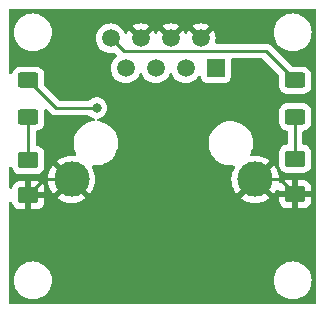
<source format=gbr>
%TF.GenerationSoftware,KiCad,Pcbnew,7.0.2-6a45011f42~172~ubuntu22.04.1*%
%TF.CreationDate,2023-07-12T14:03:09-05:00*%
%TF.ProjectId,Encoder,456e636f-6465-4722-9e6b-696361645f70,rev?*%
%TF.SameCoordinates,Original*%
%TF.FileFunction,Copper,L2,Bot*%
%TF.FilePolarity,Positive*%
%FSLAX46Y46*%
G04 Gerber Fmt 4.6, Leading zero omitted, Abs format (unit mm)*
G04 Created by KiCad (PCBNEW 7.0.2-6a45011f42~172~ubuntu22.04.1) date 2023-07-12 14:03:09*
%MOMM*%
%LPD*%
G01*
G04 APERTURE LIST*
G04 Aperture macros list*
%AMRoundRect*
0 Rectangle with rounded corners*
0 $1 Rounding radius*
0 $2 $3 $4 $5 $6 $7 $8 $9 X,Y pos of 4 corners*
0 Add a 4 corners polygon primitive as box body*
4,1,4,$2,$3,$4,$5,$6,$7,$8,$9,$2,$3,0*
0 Add four circle primitives for the rounded corners*
1,1,$1+$1,$2,$3*
1,1,$1+$1,$4,$5*
1,1,$1+$1,$6,$7*
1,1,$1+$1,$8,$9*
0 Add four rect primitives between the rounded corners*
20,1,$1+$1,$2,$3,$4,$5,0*
20,1,$1+$1,$4,$5,$6,$7,0*
20,1,$1+$1,$6,$7,$8,$9,0*
20,1,$1+$1,$8,$9,$2,$3,0*%
G04 Aperture macros list end*
%TA.AperFunction,SMDPad,CuDef*%
%ADD10RoundRect,0.250001X0.624999X-0.462499X0.624999X0.462499X-0.624999X0.462499X-0.624999X-0.462499X0*%
%TD*%
%TA.AperFunction,ComponentPad*%
%ADD11R,1.500000X1.500000*%
%TD*%
%TA.AperFunction,ComponentPad*%
%ADD12C,1.500000*%
%TD*%
%TA.AperFunction,ComponentPad*%
%ADD13C,3.000000*%
%TD*%
%TA.AperFunction,SMDPad,CuDef*%
%ADD14RoundRect,0.250000X0.625000X-0.400000X0.625000X0.400000X-0.625000X0.400000X-0.625000X-0.400000X0*%
%TD*%
%TA.AperFunction,ViaPad*%
%ADD15C,0.800000*%
%TD*%
%TA.AperFunction,Conductor*%
%ADD16C,0.250000*%
%TD*%
G04 APERTURE END LIST*
D10*
%TO.P,D2,1,K*%
%TO.N,GND*%
X49600000Y-63775000D03*
%TO.P,D2,2,A*%
%TO.N,Net-(D2-A)*%
X49600000Y-60800000D03*
%TD*%
D11*
%TO.P,J1,1*%
%TO.N,MOSI*%
X65490000Y-53040000D03*
D12*
%TO.P,J1,2*%
%TO.N,GND*%
X64220000Y-50500000D03*
%TO.P,J1,3*%
%TO.N,MISO*%
X62950000Y-53040000D03*
%TO.P,J1,4*%
%TO.N,GND*%
X61680000Y-50500000D03*
%TO.P,J1,5*%
%TO.N,CLK*%
X60410000Y-53040000D03*
%TO.P,J1,6*%
%TO.N,GND*%
X59140000Y-50500000D03*
%TO.P,J1,7*%
%TO.N,CS*%
X57870000Y-53040000D03*
%TO.P,J1,8*%
%TO.N,+3.3V*%
X56600000Y-50500000D03*
D13*
%TO.P,J1,SH*%
%TO.N,GND*%
X68815000Y-62440000D03*
X53275000Y-62440000D03*
%TD*%
D10*
%TO.P,D1,1,K*%
%TO.N,GND*%
X72200000Y-63687500D03*
%TO.P,D1,2,A*%
%TO.N,Net-(D1-A)*%
X72200000Y-60712500D03*
%TD*%
D14*
%TO.P,R2,1*%
%TO.N,Net-(D2-A)*%
X49600000Y-57150000D03*
%TO.P,R2,2*%
%TO.N,Net-(U1-W{slash}PWM)*%
X49600000Y-54050000D03*
%TD*%
%TO.P,R1,1*%
%TO.N,Net-(D1-A)*%
X72200000Y-57150000D03*
%TO.P,R1,2*%
%TO.N,+3.3V*%
X72200000Y-54050000D03*
%TD*%
D15*
%TO.N,Net-(U1-W{slash}PWM)*%
X55400000Y-56400000D03*
%TD*%
D16*
%TO.N,+3.3V*%
X72200000Y-54050000D02*
X69725000Y-51575000D01*
X69725000Y-51575000D02*
X57675000Y-51575000D01*
X57675000Y-51575000D02*
X56600000Y-50500000D01*
%TO.N,GND*%
X50935000Y-62440000D02*
X53275000Y-62440000D01*
X72200000Y-63687500D02*
X70952500Y-62440000D01*
X49600000Y-63775000D02*
X50935000Y-62440000D01*
X70952500Y-62440000D02*
X68815000Y-62440000D01*
%TO.N,Net-(D1-A)*%
X72200000Y-57150000D02*
X72200000Y-60712500D01*
%TO.N,Net-(D2-A)*%
X49600000Y-60800000D02*
X49600000Y-57150000D01*
%TO.N,Net-(U1-W{slash}PWM)*%
X51950000Y-56400000D02*
X55400000Y-56400000D01*
X49600000Y-54050000D02*
X51950000Y-56400000D01*
%TD*%
%TA.AperFunction,Conductor*%
%TO.N,GND*%
G36*
X73942539Y-48020185D02*
G01*
X73988294Y-48072989D01*
X73999500Y-48124500D01*
X73999500Y-72875500D01*
X73979815Y-72942539D01*
X73927011Y-72988294D01*
X73875500Y-72999500D01*
X48124500Y-72999500D01*
X48057461Y-72979815D01*
X48011706Y-72927011D01*
X48000500Y-72875500D01*
X48000500Y-70999999D01*
X48394551Y-70999999D01*
X48414317Y-71251149D01*
X48473126Y-71496110D01*
X48521330Y-71612484D01*
X48569534Y-71728859D01*
X48701164Y-71943659D01*
X48864776Y-72135224D01*
X49056341Y-72298836D01*
X49271141Y-72430466D01*
X49503889Y-72526873D01*
X49748852Y-72585683D01*
X50000000Y-72605449D01*
X50251148Y-72585683D01*
X50496111Y-72526873D01*
X50728859Y-72430466D01*
X50943659Y-72298836D01*
X51135224Y-72135224D01*
X51298836Y-71943659D01*
X51430466Y-71728859D01*
X51526873Y-71496111D01*
X51585683Y-71251148D01*
X51605449Y-71000000D01*
X51605449Y-70999999D01*
X70394551Y-70999999D01*
X70414317Y-71251149D01*
X70473126Y-71496110D01*
X70521330Y-71612484D01*
X70569534Y-71728859D01*
X70701164Y-71943659D01*
X70864776Y-72135224D01*
X71056341Y-72298836D01*
X71271141Y-72430466D01*
X71503889Y-72526873D01*
X71748852Y-72585683D01*
X72000000Y-72605449D01*
X72251148Y-72585683D01*
X72496111Y-72526873D01*
X72728859Y-72430466D01*
X72943659Y-72298836D01*
X73135224Y-72135224D01*
X73298836Y-71943659D01*
X73430466Y-71728859D01*
X73526873Y-71496111D01*
X73585683Y-71251148D01*
X73605449Y-71000000D01*
X73585683Y-70748852D01*
X73526873Y-70503889D01*
X73430466Y-70271141D01*
X73298836Y-70056341D01*
X73135224Y-69864776D01*
X72943659Y-69701164D01*
X72728859Y-69569534D01*
X72612485Y-69521330D01*
X72496110Y-69473126D01*
X72251149Y-69414317D01*
X72000000Y-69394551D01*
X71748850Y-69414317D01*
X71503889Y-69473126D01*
X71271139Y-69569535D01*
X71056342Y-69701163D01*
X70864776Y-69864776D01*
X70701163Y-70056342D01*
X70569535Y-70271139D01*
X70473126Y-70503889D01*
X70414317Y-70748850D01*
X70394551Y-70999999D01*
X51605449Y-70999999D01*
X51585683Y-70748852D01*
X51526873Y-70503889D01*
X51430466Y-70271141D01*
X51298836Y-70056341D01*
X51135224Y-69864776D01*
X50943659Y-69701164D01*
X50728859Y-69569534D01*
X50612485Y-69521330D01*
X50496110Y-69473126D01*
X50251149Y-69414317D01*
X50000000Y-69394551D01*
X49748850Y-69414317D01*
X49503889Y-69473126D01*
X49271139Y-69569535D01*
X49056342Y-69701163D01*
X48864776Y-69864776D01*
X48701163Y-70056342D01*
X48569535Y-70271139D01*
X48473126Y-70503889D01*
X48414317Y-70748850D01*
X48394551Y-70999999D01*
X48000500Y-70999999D01*
X48000500Y-64449455D01*
X48020185Y-64382416D01*
X48072989Y-64336661D01*
X48142147Y-64326717D01*
X48205703Y-64355742D01*
X48242206Y-64410451D01*
X48290642Y-64556621D01*
X48382683Y-64705844D01*
X48506655Y-64829816D01*
X48655878Y-64921857D01*
X48822304Y-64977006D01*
X48921891Y-64987180D01*
X48928169Y-64987500D01*
X49350000Y-64987500D01*
X49350000Y-64025000D01*
X49850000Y-64025000D01*
X49850000Y-64987500D01*
X50271831Y-64987500D01*
X50278108Y-64987180D01*
X50377695Y-64977006D01*
X50544121Y-64921857D01*
X50693344Y-64829816D01*
X50817316Y-64705844D01*
X50909357Y-64556621D01*
X50964506Y-64390195D01*
X50974680Y-64290608D01*
X50975000Y-64284330D01*
X50975000Y-64025000D01*
X49850000Y-64025000D01*
X49350000Y-64025000D01*
X49350000Y-62562500D01*
X49850000Y-62562500D01*
X49850000Y-63525000D01*
X50975000Y-63525000D01*
X50975000Y-63265669D01*
X50974680Y-63259391D01*
X50964506Y-63159804D01*
X50909357Y-62993378D01*
X50817316Y-62844155D01*
X50693344Y-62720183D01*
X50544121Y-62628142D01*
X50377695Y-62572993D01*
X50278108Y-62562819D01*
X50271831Y-62562500D01*
X49850000Y-62562500D01*
X49350000Y-62562500D01*
X48928169Y-62562500D01*
X48921891Y-62562819D01*
X48822304Y-62572993D01*
X48655878Y-62628142D01*
X48506655Y-62720183D01*
X48382683Y-62844155D01*
X48290642Y-62993378D01*
X48242206Y-63139548D01*
X48202433Y-63196993D01*
X48137917Y-63223816D01*
X48069141Y-63211501D01*
X48017942Y-63163958D01*
X48000500Y-63100544D01*
X48000500Y-61476045D01*
X48020185Y-61409006D01*
X48072989Y-61363251D01*
X48142147Y-61353307D01*
X48205703Y-61382332D01*
X48242206Y-61437041D01*
X48290186Y-61581836D01*
X48382288Y-61731155D01*
X48506344Y-61855211D01*
X48655663Y-61947313D01*
X48822202Y-62002499D01*
X48921859Y-62012680D01*
X48921860Y-62012680D01*
X48924992Y-62013000D01*
X48928141Y-62013000D01*
X50271859Y-62013000D01*
X50275008Y-62013000D01*
X50377797Y-62002499D01*
X50544334Y-61947314D01*
X50596725Y-61914999D01*
X50693655Y-61855211D01*
X50817711Y-61731155D01*
X50909813Y-61581836D01*
X50957157Y-61438964D01*
X50964999Y-61415297D01*
X50975500Y-61312508D01*
X50975500Y-60287492D01*
X50964999Y-60184703D01*
X50957793Y-60162958D01*
X50909813Y-60018163D01*
X50817711Y-59868844D01*
X50693655Y-59744788D01*
X50544336Y-59652686D01*
X50377797Y-59597500D01*
X50336897Y-59593322D01*
X50272205Y-59566925D01*
X50232054Y-59509744D01*
X50225500Y-59469964D01*
X50225500Y-58417534D01*
X50245185Y-58350495D01*
X50297989Y-58304740D01*
X50336897Y-58294176D01*
X50377797Y-58289999D01*
X50544334Y-58234814D01*
X50693656Y-58142712D01*
X50817712Y-58018656D01*
X50909814Y-57869334D01*
X50964999Y-57702797D01*
X50975500Y-57600009D01*
X50975499Y-56699992D01*
X50966558Y-56612468D01*
X50979328Y-56543778D01*
X51027208Y-56492894D01*
X51094998Y-56475973D01*
X51161174Y-56498389D01*
X51177597Y-56512188D01*
X51449196Y-56783787D01*
X51462096Y-56799888D01*
X51513223Y-56847900D01*
X51516020Y-56850611D01*
X51535529Y-56870120D01*
X51538709Y-56872587D01*
X51547571Y-56880155D01*
X51579418Y-56910062D01*
X51596972Y-56919712D01*
X51613236Y-56930396D01*
X51624972Y-56939499D01*
X51629064Y-56942673D01*
X51653909Y-56953424D01*
X51669152Y-56960021D01*
X51679631Y-56965154D01*
X51717908Y-56986197D01*
X51737306Y-56991177D01*
X51755708Y-56997477D01*
X51774104Y-57005438D01*
X51817261Y-57012273D01*
X51828664Y-57014634D01*
X51870981Y-57025500D01*
X51891016Y-57025500D01*
X51910413Y-57027026D01*
X51930196Y-57030160D01*
X51973674Y-57026050D01*
X51985344Y-57025500D01*
X54696253Y-57025500D01*
X54763292Y-57045185D01*
X54788400Y-57066526D01*
X54794129Y-57072888D01*
X54947270Y-57184151D01*
X55120197Y-57261144D01*
X55190048Y-57275991D01*
X55251528Y-57309183D01*
X55285305Y-57370345D01*
X55280653Y-57440060D01*
X55239049Y-57496193D01*
X55173702Y-57520921D01*
X55173318Y-57520950D01*
X55056194Y-57529522D01*
X54788225Y-57589215D01*
X54531803Y-57687288D01*
X54292391Y-57821653D01*
X54075094Y-57989443D01*
X53884545Y-58187083D01*
X53724802Y-58410364D01*
X53599272Y-58654521D01*
X53510629Y-58914352D01*
X53460763Y-59184325D01*
X53450737Y-59458678D01*
X53480763Y-59731569D01*
X53515816Y-59865646D01*
X53550204Y-59997182D01*
X53657577Y-60249852D01*
X53667736Y-60266498D01*
X53685855Y-60333978D01*
X53664617Y-60400541D01*
X53610763Y-60445055D01*
X53553043Y-60454777D01*
X53275000Y-60434890D01*
X52989642Y-60455300D01*
X52710097Y-60516111D01*
X52442047Y-60616088D01*
X52190954Y-60753195D01*
X52048437Y-60859882D01*
X52048436Y-60859882D01*
X52911891Y-61723338D01*
X52773052Y-61810577D01*
X52645577Y-61938052D01*
X52558338Y-62076891D01*
X51694883Y-61213436D01*
X51694882Y-61213437D01*
X51588195Y-61355954D01*
X51451088Y-61607047D01*
X51351111Y-61875097D01*
X51290300Y-62154642D01*
X51269890Y-62439999D01*
X51290300Y-62725357D01*
X51351111Y-63004902D01*
X51451088Y-63272952D01*
X51588193Y-63524042D01*
X51694883Y-63666562D01*
X52558338Y-62803107D01*
X52645577Y-62941948D01*
X52773052Y-63069423D01*
X52911890Y-63156660D01*
X52048436Y-64020115D01*
X52190958Y-64126806D01*
X52442047Y-64263911D01*
X52710097Y-64363888D01*
X52989642Y-64424699D01*
X53274999Y-64445109D01*
X53560357Y-64424699D01*
X53839902Y-64363888D01*
X54107952Y-64263911D01*
X54359041Y-64126806D01*
X54501562Y-64020115D01*
X53638108Y-63156661D01*
X53776948Y-63069423D01*
X53904423Y-62941948D01*
X53991661Y-62803108D01*
X54855115Y-63666562D01*
X54961806Y-63524041D01*
X55098911Y-63272952D01*
X55198888Y-63004902D01*
X55259699Y-62725357D01*
X55280109Y-62440000D01*
X55259699Y-62154642D01*
X55198888Y-61875097D01*
X55098911Y-61607047D01*
X55007131Y-61438964D01*
X54992279Y-61370691D01*
X55016696Y-61305226D01*
X55072630Y-61263355D01*
X55134017Y-61256859D01*
X55167284Y-61261754D01*
X55192729Y-61265500D01*
X55192731Y-61265500D01*
X55396285Y-61265500D01*
X55398547Y-61265500D01*
X55603805Y-61250477D01*
X55871775Y-61190784D01*
X56128198Y-61092711D01*
X56367609Y-60958347D01*
X56584904Y-60790557D01*
X56775454Y-60592916D01*
X56935196Y-60369637D01*
X57060727Y-60125479D01*
X57149370Y-59865646D01*
X57171694Y-59744788D01*
X57199236Y-59595674D01*
X57204242Y-59458678D01*
X64880737Y-59458678D01*
X64910763Y-59731569D01*
X64945816Y-59865646D01*
X64980204Y-59997182D01*
X65066389Y-60199992D01*
X65087577Y-60249852D01*
X65206707Y-60445055D01*
X65230595Y-60484196D01*
X65406209Y-60695218D01*
X65610677Y-60878423D01*
X65839641Y-61029904D01*
X66088221Y-61146433D01*
X66351119Y-61225527D01*
X66622731Y-61265500D01*
X66622734Y-61265500D01*
X66826285Y-61265500D01*
X66828547Y-61265500D01*
X66965186Y-61255499D01*
X67033484Y-61270237D01*
X67082971Y-61319560D01*
X67097937Y-61387808D01*
X67083070Y-61438595D01*
X66991088Y-61607046D01*
X66891111Y-61875097D01*
X66830300Y-62154642D01*
X66809890Y-62439999D01*
X66830300Y-62725357D01*
X66891111Y-63004902D01*
X66991088Y-63272952D01*
X67128193Y-63524042D01*
X67234883Y-63666562D01*
X68098338Y-62803107D01*
X68185577Y-62941948D01*
X68313052Y-63069423D01*
X68451891Y-63156661D01*
X67588436Y-64020115D01*
X67730958Y-64126806D01*
X67982047Y-64263911D01*
X68250097Y-64363888D01*
X68529642Y-64424699D01*
X68815000Y-64445109D01*
X69100357Y-64424699D01*
X69379902Y-64363888D01*
X69647952Y-64263911D01*
X69899041Y-64126806D01*
X70041562Y-64020115D01*
X69958947Y-63937500D01*
X70825000Y-63937500D01*
X70825000Y-64196830D01*
X70825319Y-64203108D01*
X70835493Y-64302695D01*
X70890642Y-64469121D01*
X70982683Y-64618344D01*
X71106655Y-64742316D01*
X71255878Y-64834357D01*
X71422304Y-64889506D01*
X71521891Y-64899680D01*
X71528169Y-64900000D01*
X71950000Y-64900000D01*
X71950000Y-63937500D01*
X72450000Y-63937500D01*
X72450000Y-64900000D01*
X72871831Y-64900000D01*
X72878108Y-64899680D01*
X72977695Y-64889506D01*
X73144121Y-64834357D01*
X73293344Y-64742316D01*
X73417316Y-64618344D01*
X73509357Y-64469121D01*
X73564506Y-64302695D01*
X73574680Y-64203108D01*
X73575000Y-64196830D01*
X73575000Y-63937500D01*
X72450000Y-63937500D01*
X71950000Y-63937500D01*
X70825000Y-63937500D01*
X69958947Y-63937500D01*
X69178108Y-63156661D01*
X69316948Y-63069423D01*
X69444423Y-62941948D01*
X69531661Y-62803108D01*
X70395115Y-63666562D01*
X70501806Y-63524041D01*
X70592168Y-63358556D01*
X70641573Y-63309151D01*
X70709846Y-63294299D01*
X70775310Y-63318716D01*
X70817182Y-63374649D01*
X70825000Y-63417983D01*
X70825000Y-63437500D01*
X71950000Y-63437500D01*
X71950000Y-62475000D01*
X72450000Y-62475000D01*
X72450000Y-63437500D01*
X73575000Y-63437500D01*
X73575000Y-63178169D01*
X73574680Y-63171891D01*
X73564506Y-63072304D01*
X73509357Y-62905878D01*
X73417316Y-62756655D01*
X73293344Y-62632683D01*
X73144121Y-62540642D01*
X72977695Y-62485493D01*
X72878108Y-62475319D01*
X72871831Y-62475000D01*
X72450000Y-62475000D01*
X71950000Y-62475000D01*
X71528169Y-62475000D01*
X71521891Y-62475319D01*
X71422304Y-62485493D01*
X71255878Y-62540642D01*
X71106657Y-62632681D01*
X71018275Y-62721064D01*
X70956951Y-62754548D01*
X70887260Y-62749564D01*
X70831327Y-62707692D01*
X70806910Y-62642227D01*
X70806910Y-62624535D01*
X70820109Y-62439999D01*
X70799699Y-62154642D01*
X70738888Y-61875097D01*
X70638911Y-61607047D01*
X70501806Y-61355958D01*
X70403778Y-61225008D01*
X70824500Y-61225008D01*
X70824818Y-61228121D01*
X70824819Y-61228140D01*
X70835000Y-61327797D01*
X70890186Y-61494336D01*
X70982288Y-61643655D01*
X71106344Y-61767711D01*
X71255663Y-61859813D01*
X71422202Y-61914999D01*
X71521859Y-61925180D01*
X71521860Y-61925180D01*
X71524992Y-61925500D01*
X71528141Y-61925500D01*
X72871859Y-61925500D01*
X72875008Y-61925500D01*
X72977797Y-61914999D01*
X73144334Y-61859814D01*
X73293655Y-61767711D01*
X73417711Y-61643655D01*
X73509814Y-61494334D01*
X73564999Y-61327797D01*
X73575500Y-61225008D01*
X73575500Y-60199992D01*
X73564999Y-60097203D01*
X73509814Y-59930666D01*
X73509813Y-59930665D01*
X73509813Y-59930663D01*
X73417711Y-59781344D01*
X73293655Y-59657288D01*
X73144336Y-59565186D01*
X72977797Y-59510000D01*
X72936897Y-59505822D01*
X72872205Y-59479425D01*
X72832054Y-59422244D01*
X72825500Y-59382464D01*
X72825500Y-58417534D01*
X72845185Y-58350495D01*
X72897989Y-58304740D01*
X72936897Y-58294176D01*
X72977797Y-58289999D01*
X73144334Y-58234814D01*
X73293656Y-58142712D01*
X73417712Y-58018656D01*
X73509814Y-57869334D01*
X73564999Y-57702797D01*
X73575500Y-57600009D01*
X73575499Y-56699992D01*
X73564999Y-56597203D01*
X73509814Y-56430666D01*
X73417712Y-56281344D01*
X73417711Y-56281342D01*
X73293657Y-56157288D01*
X73144334Y-56065186D01*
X72977797Y-56010000D01*
X72878141Y-55999819D01*
X72878122Y-55999818D01*
X72875009Y-55999500D01*
X72871860Y-55999500D01*
X71528140Y-55999500D01*
X71528120Y-55999500D01*
X71524992Y-55999501D01*
X71521860Y-55999820D01*
X71521858Y-55999821D01*
X71422203Y-56010000D01*
X71255665Y-56065186D01*
X71106342Y-56157288D01*
X70982288Y-56281342D01*
X70890186Y-56430665D01*
X70835000Y-56597202D01*
X70824819Y-56696858D01*
X70824817Y-56696878D01*
X70824500Y-56699991D01*
X70824500Y-56703138D01*
X70824500Y-56703139D01*
X70824500Y-57596858D01*
X70824500Y-57596877D01*
X70824501Y-57600008D01*
X70824820Y-57603140D01*
X70824821Y-57603141D01*
X70835000Y-57702796D01*
X70890186Y-57869334D01*
X70982288Y-58018657D01*
X71106342Y-58142711D01*
X71106344Y-58142712D01*
X71255666Y-58234814D01*
X71367016Y-58271712D01*
X71422202Y-58289999D01*
X71435566Y-58291364D01*
X71463101Y-58294177D01*
X71527793Y-58320572D01*
X71567945Y-58377753D01*
X71574500Y-58417535D01*
X71574500Y-59382464D01*
X71554815Y-59449503D01*
X71502011Y-59495258D01*
X71463103Y-59505822D01*
X71422202Y-59510000D01*
X71255663Y-59565186D01*
X71106344Y-59657288D01*
X70982288Y-59781344D01*
X70890186Y-59930663D01*
X70835000Y-60097202D01*
X70824819Y-60196859D01*
X70824817Y-60196879D01*
X70824500Y-60199992D01*
X70824500Y-61225008D01*
X70403778Y-61225008D01*
X70395115Y-61213436D01*
X69531660Y-62076890D01*
X69444423Y-61938052D01*
X69316948Y-61810577D01*
X69178108Y-61723338D01*
X70041562Y-60859883D01*
X69899042Y-60753193D01*
X69647952Y-60616088D01*
X69379902Y-60516111D01*
X69100357Y-60455300D01*
X68814999Y-60434890D01*
X68533148Y-60455049D01*
X68464875Y-60440197D01*
X68415470Y-60390792D01*
X68400618Y-60322519D01*
X68414024Y-60274667D01*
X68458907Y-60187368D01*
X68490727Y-60125479D01*
X68579370Y-59865646D01*
X68601694Y-59744788D01*
X68629236Y-59595674D01*
X68639262Y-59321321D01*
X68624189Y-59184325D01*
X68609236Y-59048429D01*
X68539796Y-58782818D01*
X68432423Y-58530148D01*
X68289405Y-58295804D01*
X68113791Y-58084782D01*
X67909323Y-57901577D01*
X67680359Y-57750096D01*
X67431779Y-57633567D01*
X67168881Y-57554473D01*
X66897269Y-57514500D01*
X66691453Y-57514500D01*
X66689204Y-57514664D01*
X66689193Y-57514665D01*
X66486194Y-57529522D01*
X66218225Y-57589215D01*
X65961803Y-57687288D01*
X65722391Y-57821653D01*
X65505094Y-57989443D01*
X65314545Y-58187083D01*
X65154802Y-58410364D01*
X65029272Y-58654521D01*
X64940629Y-58914352D01*
X64890763Y-59184325D01*
X64880737Y-59458678D01*
X57204242Y-59458678D01*
X57209262Y-59321321D01*
X57194189Y-59184325D01*
X57179236Y-59048429D01*
X57109796Y-58782818D01*
X57002423Y-58530148D01*
X56859405Y-58295804D01*
X56683791Y-58084782D01*
X56479323Y-57901577D01*
X56250359Y-57750096D01*
X56001779Y-57633567D01*
X55738881Y-57554473D01*
X55738880Y-57554472D01*
X55738874Y-57554471D01*
X55571321Y-57529812D01*
X55507862Y-57500576D01*
X55470283Y-57441673D01*
X55470516Y-57371804D01*
X55508485Y-57313151D01*
X55563591Y-57285845D01*
X55679803Y-57261144D01*
X55852730Y-57184151D01*
X56005871Y-57072888D01*
X56132533Y-56932216D01*
X56227179Y-56768284D01*
X56285674Y-56588256D01*
X56305460Y-56400000D01*
X56285674Y-56211744D01*
X56227179Y-56031716D01*
X56227179Y-56031715D01*
X56132533Y-55867783D01*
X56005870Y-55727110D01*
X55852730Y-55615848D01*
X55679802Y-55538855D01*
X55494648Y-55499500D01*
X55494646Y-55499500D01*
X55305354Y-55499500D01*
X55305352Y-55499500D01*
X55120197Y-55538855D01*
X54947272Y-55615847D01*
X54845176Y-55690024D01*
X54794129Y-55727112D01*
X54788401Y-55733472D01*
X54728916Y-55770121D01*
X54696253Y-55774500D01*
X52260452Y-55774500D01*
X52193413Y-55754815D01*
X52172771Y-55738181D01*
X51011818Y-54577228D01*
X50978333Y-54515905D01*
X50975499Y-54489556D01*
X50975499Y-53599992D01*
X50964999Y-53497203D01*
X50909814Y-53330666D01*
X50817712Y-53181344D01*
X50817711Y-53181342D01*
X50693657Y-53057288D01*
X50544334Y-52965186D01*
X50377797Y-52910000D01*
X50278141Y-52899819D01*
X50278122Y-52899818D01*
X50275009Y-52899500D01*
X50271860Y-52899500D01*
X48928140Y-52899500D01*
X48928120Y-52899500D01*
X48924992Y-52899501D01*
X48921860Y-52899820D01*
X48921858Y-52899821D01*
X48822203Y-52910000D01*
X48655665Y-52965186D01*
X48506342Y-53057288D01*
X48382288Y-53181342D01*
X48290186Y-53330665D01*
X48242206Y-53475459D01*
X48202433Y-53532904D01*
X48137917Y-53559727D01*
X48069141Y-53547412D01*
X48017942Y-53499869D01*
X48000500Y-53436455D01*
X48000500Y-50000000D01*
X48394551Y-50000000D01*
X48414317Y-50251149D01*
X48473126Y-50496110D01*
X48488824Y-50534008D01*
X48569534Y-50728859D01*
X48701164Y-50943659D01*
X48864776Y-51135224D01*
X49056341Y-51298836D01*
X49271141Y-51430466D01*
X49503889Y-51526873D01*
X49748852Y-51585683D01*
X50000000Y-51605449D01*
X50251148Y-51585683D01*
X50496111Y-51526873D01*
X50728859Y-51430466D01*
X50943659Y-51298836D01*
X51135224Y-51135224D01*
X51298836Y-50943659D01*
X51430466Y-50728859D01*
X51525262Y-50500000D01*
X55344722Y-50500000D01*
X55363792Y-50717974D01*
X55420425Y-50929331D01*
X55448157Y-50988802D01*
X55512898Y-51127639D01*
X55638402Y-51306877D01*
X55793123Y-51461598D01*
X55972361Y-51587102D01*
X56170670Y-51679575D01*
X56382023Y-51736207D01*
X56600000Y-51755277D01*
X56817977Y-51736207D01*
X56854221Y-51726495D01*
X56924071Y-51728156D01*
X56973998Y-51758588D01*
X57094311Y-51878901D01*
X57127796Y-51940224D01*
X57122812Y-52009916D01*
X57080940Y-52065849D01*
X57077757Y-52068154D01*
X57063124Y-52078400D01*
X56908402Y-52233122D01*
X56782898Y-52412361D01*
X56690425Y-52610668D01*
X56633792Y-52822025D01*
X56614722Y-53040000D01*
X56633792Y-53257974D01*
X56690425Y-53469331D01*
X56740261Y-53576205D01*
X56782898Y-53667639D01*
X56908402Y-53846877D01*
X57063123Y-54001598D01*
X57242361Y-54127102D01*
X57440670Y-54219575D01*
X57652023Y-54276207D01*
X57870000Y-54295277D01*
X58087977Y-54276207D01*
X58299330Y-54219575D01*
X58497639Y-54127102D01*
X58676877Y-54001598D01*
X58831598Y-53846877D01*
X58957102Y-53667639D01*
X59027617Y-53516417D01*
X59073790Y-53463978D01*
X59140984Y-53444826D01*
X59207865Y-53465042D01*
X59252382Y-53516417D01*
X59322898Y-53667639D01*
X59448402Y-53846877D01*
X59603123Y-54001598D01*
X59782361Y-54127102D01*
X59980670Y-54219575D01*
X60192023Y-54276207D01*
X60337341Y-54288920D01*
X60409999Y-54295277D01*
X60409999Y-54295276D01*
X60410000Y-54295277D01*
X60627977Y-54276207D01*
X60839330Y-54219575D01*
X61037639Y-54127102D01*
X61216877Y-54001598D01*
X61371598Y-53846877D01*
X61497102Y-53667639D01*
X61567617Y-53516417D01*
X61613790Y-53463978D01*
X61680984Y-53444826D01*
X61747865Y-53465042D01*
X61792382Y-53516417D01*
X61862898Y-53667639D01*
X61988402Y-53846877D01*
X62143123Y-54001598D01*
X62322361Y-54127102D01*
X62520670Y-54219575D01*
X62732023Y-54276207D01*
X62950000Y-54295277D01*
X63167977Y-54276207D01*
X63379330Y-54219575D01*
X63577639Y-54127102D01*
X63756877Y-54001598D01*
X63911598Y-53846877D01*
X64013928Y-53700734D01*
X64068502Y-53657112D01*
X64138000Y-53649918D01*
X64200355Y-53681441D01*
X64235769Y-53741670D01*
X64239500Y-53771858D01*
X64239500Y-53834559D01*
X64239500Y-53834577D01*
X64239501Y-53837872D01*
X64245909Y-53897483D01*
X64296204Y-54032331D01*
X64382454Y-54147546D01*
X64497669Y-54233796D01*
X64632517Y-54284091D01*
X64692127Y-54290500D01*
X66287872Y-54290499D01*
X66347483Y-54284091D01*
X66482331Y-54233796D01*
X66597546Y-54147546D01*
X66683796Y-54032331D01*
X66734091Y-53897483D01*
X66740500Y-53837873D01*
X66740499Y-52324499D01*
X66760184Y-52257461D01*
X66812987Y-52211706D01*
X66864499Y-52200500D01*
X69414548Y-52200500D01*
X69481587Y-52220185D01*
X69502229Y-52236819D01*
X70788181Y-53522771D01*
X70821666Y-53584094D01*
X70824500Y-53610452D01*
X70824500Y-54496858D01*
X70824500Y-54496877D01*
X70824501Y-54500008D01*
X70824820Y-54503140D01*
X70824821Y-54503141D01*
X70835000Y-54602796D01*
X70890186Y-54769334D01*
X70982288Y-54918657D01*
X71106342Y-55042711D01*
X71106344Y-55042712D01*
X71255666Y-55134814D01*
X71367016Y-55171712D01*
X71422202Y-55189999D01*
X71521858Y-55200180D01*
X71521859Y-55200180D01*
X71524991Y-55200500D01*
X72875008Y-55200499D01*
X72977797Y-55189999D01*
X73144334Y-55134814D01*
X73293656Y-55042712D01*
X73417712Y-54918656D01*
X73509814Y-54769334D01*
X73564999Y-54602797D01*
X73575500Y-54500009D01*
X73575499Y-53599992D01*
X73564999Y-53497203D01*
X73509814Y-53330666D01*
X73417712Y-53181344D01*
X73417711Y-53181342D01*
X73293657Y-53057288D01*
X73144334Y-52965186D01*
X72977797Y-52910000D01*
X72878141Y-52899819D01*
X72878122Y-52899818D01*
X72875009Y-52899500D01*
X72871860Y-52899500D01*
X71985452Y-52899500D01*
X71918413Y-52879815D01*
X71897771Y-52863181D01*
X70225802Y-51191211D01*
X70212906Y-51175113D01*
X70161775Y-51127098D01*
X70158978Y-51124387D01*
X70142227Y-51107636D01*
X70139471Y-51104880D01*
X70136290Y-51102412D01*
X70127422Y-51094837D01*
X70095582Y-51064938D01*
X70078024Y-51055285D01*
X70061764Y-51044604D01*
X70045936Y-51032327D01*
X70005851Y-51014980D01*
X69995361Y-51009841D01*
X69957091Y-50988802D01*
X69937691Y-50983821D01*
X69919284Y-50977519D01*
X69900897Y-50969562D01*
X69857758Y-50962729D01*
X69846324Y-50960361D01*
X69804019Y-50949500D01*
X69783984Y-50949500D01*
X69764586Y-50947973D01*
X69757162Y-50946797D01*
X69744805Y-50944840D01*
X69744804Y-50944840D01*
X69711751Y-50947964D01*
X69701325Y-50948950D01*
X69689656Y-50949500D01*
X65555252Y-50949500D01*
X65488213Y-50929815D01*
X65442458Y-50877011D01*
X65432514Y-50807853D01*
X65435477Y-50793406D01*
X65455712Y-50717886D01*
X65474775Y-50500000D01*
X65455712Y-50282113D01*
X65399102Y-50070840D01*
X65366068Y-50000000D01*
X70394551Y-50000000D01*
X70414317Y-50251149D01*
X70473126Y-50496110D01*
X70488824Y-50534008D01*
X70569534Y-50728859D01*
X70701164Y-50943659D01*
X70864776Y-51135224D01*
X71056341Y-51298836D01*
X71271141Y-51430466D01*
X71503889Y-51526873D01*
X71748852Y-51585683D01*
X72000000Y-51605449D01*
X72251148Y-51585683D01*
X72496111Y-51526873D01*
X72728859Y-51430466D01*
X72943659Y-51298836D01*
X73135224Y-51135224D01*
X73298836Y-50943659D01*
X73430466Y-50728859D01*
X73526873Y-50496111D01*
X73585683Y-50251148D01*
X73605449Y-50000000D01*
X73585683Y-49748852D01*
X73526873Y-49503889D01*
X73430466Y-49271141D01*
X73298836Y-49056341D01*
X73135224Y-48864776D01*
X72943659Y-48701164D01*
X72728859Y-48569534D01*
X72612484Y-48521330D01*
X72496110Y-48473126D01*
X72251149Y-48414317D01*
X72000000Y-48394551D01*
X71748850Y-48414317D01*
X71503889Y-48473126D01*
X71271139Y-48569535D01*
X71056342Y-48701163D01*
X70864776Y-48864776D01*
X70701163Y-49056342D01*
X70569535Y-49271139D01*
X70473126Y-49503889D01*
X70414317Y-49748850D01*
X70394551Y-50000000D01*
X65366068Y-50000000D01*
X65306667Y-49872615D01*
X65263123Y-49810428D01*
X64664449Y-50409101D01*
X64663673Y-50398735D01*
X64614113Y-50272459D01*
X64529535Y-50166401D01*
X64417453Y-50089984D01*
X64309698Y-50056746D01*
X64909572Y-49456874D01*
X64909571Y-49456873D01*
X64847386Y-49413331D01*
X64649161Y-49320898D01*
X64437886Y-49264287D01*
X64220000Y-49245224D01*
X64002113Y-49264287D01*
X63790840Y-49320897D01*
X63592611Y-49413333D01*
X63530428Y-49456874D01*
X63530427Y-49456875D01*
X64131767Y-50058215D01*
X64085862Y-50065135D01*
X63963643Y-50123993D01*
X63864202Y-50216260D01*
X63796375Y-50333740D01*
X63778500Y-50412053D01*
X63176875Y-49810427D01*
X63176874Y-49810428D01*
X63133333Y-49872611D01*
X63062382Y-50024767D01*
X63016209Y-50077206D01*
X62949016Y-50096358D01*
X62882135Y-50076142D01*
X62837618Y-50024767D01*
X62766667Y-49872615D01*
X62723123Y-49810428D01*
X62124449Y-50409101D01*
X62123673Y-50398735D01*
X62074113Y-50272459D01*
X61989535Y-50166401D01*
X61877453Y-50089984D01*
X61769700Y-50056747D01*
X62369572Y-49456875D01*
X62369571Y-49456873D01*
X62307386Y-49413331D01*
X62109161Y-49320898D01*
X61897886Y-49264287D01*
X61680000Y-49245224D01*
X61462113Y-49264287D01*
X61250840Y-49320897D01*
X61052611Y-49413333D01*
X60990428Y-49456874D01*
X60990427Y-49456875D01*
X61591768Y-50058215D01*
X61545862Y-50065135D01*
X61423643Y-50123993D01*
X61324202Y-50216260D01*
X61256375Y-50333740D01*
X61238500Y-50412053D01*
X60636875Y-49810427D01*
X60636874Y-49810428D01*
X60593333Y-49872611D01*
X60522382Y-50024767D01*
X60476209Y-50077206D01*
X60409016Y-50096358D01*
X60342135Y-50076142D01*
X60297618Y-50024767D01*
X60226667Y-49872615D01*
X60183123Y-49810428D01*
X59584449Y-50409101D01*
X59583673Y-50398735D01*
X59534113Y-50272459D01*
X59449535Y-50166401D01*
X59337453Y-50089984D01*
X59229699Y-50056746D01*
X59829572Y-49456874D01*
X59829571Y-49456873D01*
X59767386Y-49413331D01*
X59569161Y-49320898D01*
X59357886Y-49264287D01*
X59140000Y-49245224D01*
X58922113Y-49264287D01*
X58710840Y-49320897D01*
X58512611Y-49413333D01*
X58450428Y-49456874D01*
X58450427Y-49456875D01*
X59051769Y-50058215D01*
X59005862Y-50065135D01*
X58883643Y-50123993D01*
X58784202Y-50216260D01*
X58716375Y-50333740D01*
X58698500Y-50412053D01*
X58096875Y-49810427D01*
X58096874Y-49810428D01*
X58053333Y-49872612D01*
X57982658Y-50024175D01*
X57936485Y-50076614D01*
X57869292Y-50095766D01*
X57802411Y-50075550D01*
X57757894Y-50024175D01*
X57746621Y-50000000D01*
X57687102Y-49872362D01*
X57561598Y-49693123D01*
X57406877Y-49538402D01*
X57227639Y-49412898D01*
X57136205Y-49370261D01*
X57029331Y-49320425D01*
X56817974Y-49263792D01*
X56600000Y-49244722D01*
X56382025Y-49263792D01*
X56170668Y-49320425D01*
X55972361Y-49412898D01*
X55793122Y-49538402D01*
X55638402Y-49693122D01*
X55512898Y-49872361D01*
X55420425Y-50070668D01*
X55363792Y-50282025D01*
X55344722Y-50500000D01*
X51525262Y-50500000D01*
X51526873Y-50496111D01*
X51585683Y-50251148D01*
X51605449Y-50000000D01*
X51585683Y-49748852D01*
X51526873Y-49503889D01*
X51430466Y-49271141D01*
X51298836Y-49056341D01*
X51135224Y-48864776D01*
X50943659Y-48701164D01*
X50728859Y-48569534D01*
X50612485Y-48521330D01*
X50496110Y-48473126D01*
X50251149Y-48414317D01*
X50000000Y-48394551D01*
X49748850Y-48414317D01*
X49503889Y-48473126D01*
X49271139Y-48569535D01*
X49056342Y-48701163D01*
X48864776Y-48864776D01*
X48701163Y-49056342D01*
X48569535Y-49271139D01*
X48473126Y-49503889D01*
X48414317Y-49748850D01*
X48394551Y-50000000D01*
X48000500Y-50000000D01*
X48000500Y-48124500D01*
X48020185Y-48057461D01*
X48072989Y-48011706D01*
X48124500Y-48000500D01*
X73875500Y-48000500D01*
X73942539Y-48020185D01*
G37*
%TD.AperFunction*%
%TD*%
M02*

</source>
